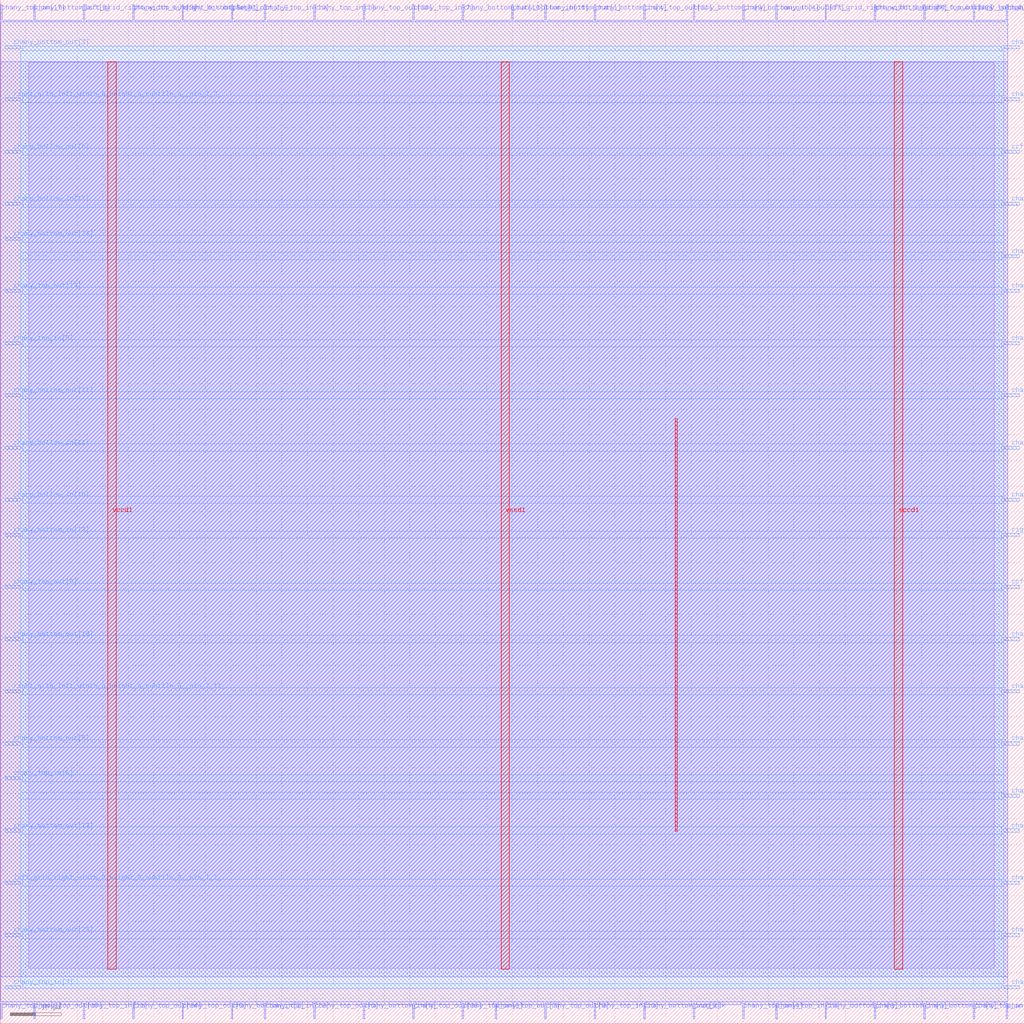
<source format=lef>
VERSION 5.7 ;
  NOWIREEXTENSIONATPIN ON ;
  DIVIDERCHAR "/" ;
  BUSBITCHARS "[]" ;
MACRO cby_1__1_
  CLASS BLOCK ;
  FOREIGN cby_1__1_ ;
  ORIGIN 0.000 0.000 ;
  SIZE 200.000 BY 200.000 ;
  PIN ccff_head
    DIRECTION INPUT ;
    USE SIGNAL ;
    PORT
      LAYER met3 ;
        RECT 196.000 85.040 199.000 85.640 ;
    END
  END ccff_head
  PIN ccff_tail
    DIRECTION OUTPUT TRISTATE ;
    USE SIGNAL ;
    PORT
      LAYER met3 ;
        RECT 196.000 170.040 199.000 170.640 ;
    END
  END ccff_tail
  PIN chany_bottom_in[0]
    DIRECTION INPUT ;
    USE SIGNAL ;
    PORT
      LAYER met2 ;
        RECT 70.930 1.000 71.210 4.000 ;
    END
  END chany_bottom_in[0]
  PIN chany_bottom_in[10]
    DIRECTION INPUT ;
    USE SIGNAL ;
    PORT
      LAYER met3 ;
        RECT 1.000 102.040 4.000 102.640 ;
    END
  END chany_bottom_in[10]
  PIN chany_bottom_in[11]
    DIRECTION INPUT ;
    USE SIGNAL ;
    PORT
      LAYER met3 ;
        RECT 1.000 112.240 4.000 112.840 ;
    END
  END chany_bottom_in[11]
  PIN chany_bottom_in[12]
    DIRECTION INPUT ;
    USE SIGNAL ;
    PORT
      LAYER met3 ;
        RECT 196.000 27.240 199.000 27.840 ;
    END
  END chany_bottom_in[12]
  PIN chany_bottom_in[13]
    DIRECTION INPUT ;
    USE SIGNAL ;
    PORT
      LAYER met3 ;
        RECT 196.000 122.440 199.000 123.040 ;
    END
  END chany_bottom_in[13]
  PIN chany_bottom_in[14]
    DIRECTION INPUT ;
    USE SIGNAL ;
    PORT
      LAYER met3 ;
        RECT 196.000 132.640 199.000 133.240 ;
    END
  END chany_bottom_in[14]
  PIN chany_bottom_in[15]
    DIRECTION INPUT ;
    USE SIGNAL ;
    PORT
      LAYER met2 ;
        RECT 196.510 1.000 196.790 4.000 ;
    END
  END chany_bottom_in[15]
  PIN chany_bottom_in[16]
    DIRECTION INPUT ;
    USE SIGNAL ;
    PORT
      LAYER met2 ;
        RECT 99.910 196.000 100.190 199.000 ;
    END
  END chany_bottom_in[16]
  PIN chany_bottom_in[17]
    DIRECTION INPUT ;
    USE SIGNAL ;
    PORT
      LAYER met3 ;
        RECT 1.000 159.840 4.000 160.440 ;
    END
  END chany_bottom_in[17]
  PIN chany_bottom_in[18]
    DIRECTION INPUT ;
    USE SIGNAL ;
    PORT
      LAYER met3 ;
        RECT 1.000 95.240 4.000 95.840 ;
    END
  END chany_bottom_in[18]
  PIN chany_bottom_in[1]
    DIRECTION INPUT ;
    USE SIGNAL ;
    PORT
      LAYER met2 ;
        RECT 180.410 1.000 180.690 4.000 ;
    END
  END chany_bottom_in[1]
  PIN chany_bottom_in[2]
    DIRECTION INPUT ;
    USE SIGNAL ;
    PORT
      LAYER met3 ;
        RECT 196.000 37.440 199.000 38.040 ;
    END
  END chany_bottom_in[2]
  PIN chany_bottom_in[3]
    DIRECTION INPUT ;
    USE SIGNAL ;
    PORT
      LAYER met2 ;
        RECT 45.170 1.000 45.450 4.000 ;
    END
  END chany_bottom_in[3]
  PIN chany_bottom_in[4]
    DIRECTION INPUT ;
    USE SIGNAL ;
    PORT
      LAYER met2 ;
        RECT 116.010 196.000 116.290 199.000 ;
    END
  END chany_bottom_in[4]
  PIN chany_bottom_in[5]
    DIRECTION INPUT ;
    USE SIGNAL ;
    PORT
      LAYER met3 ;
        RECT 196.000 149.640 199.000 150.240 ;
    END
  END chany_bottom_in[5]
  PIN chany_bottom_in[6]
    DIRECTION INPUT ;
    USE SIGNAL ;
    PORT
      LAYER met2 ;
        RECT 170.750 1.000 171.030 4.000 ;
    END
  END chany_bottom_in[6]
  PIN chany_bottom_in[7]
    DIRECTION INPUT ;
    USE SIGNAL ;
    PORT
      LAYER met2 ;
        RECT 170.750 196.000 171.030 199.000 ;
    END
  END chany_bottom_in[7]
  PIN chany_bottom_in[8]
    DIRECTION INPUT ;
    USE SIGNAL ;
    PORT
      LAYER met2 ;
        RECT 161.090 1.000 161.370 4.000 ;
    END
  END chany_bottom_in[8]
  PIN chany_bottom_in[9]
    DIRECTION INPUT ;
    USE SIGNAL ;
    PORT
      LAYER met2 ;
        RECT 135.330 196.000 135.610 199.000 ;
    END
  END chany_bottom_in[9]
  PIN chany_bottom_out[0]
    DIRECTION OUTPUT TRISTATE ;
    USE SIGNAL ;
    PORT
      LAYER met2 ;
        RECT 35.510 196.000 35.790 199.000 ;
    END
  END chany_bottom_out[0]
  PIN chany_bottom_out[10]
    DIRECTION OUTPUT TRISTATE ;
    USE SIGNAL ;
    PORT
      LAYER met2 ;
        RECT 90.250 196.000 90.530 199.000 ;
    END
  END chany_bottom_out[10]
  PIN chany_bottom_out[11]
    DIRECTION OUTPUT TRISTATE ;
    USE SIGNAL ;
    PORT
      LAYER met3 ;
        RECT 1.000 122.440 4.000 123.040 ;
    END
  END chany_bottom_out[11]
  PIN chany_bottom_out[12]
    DIRECTION OUTPUT TRISTATE ;
    USE SIGNAL ;
    PORT
      LAYER met3 ;
        RECT 196.000 64.640 199.000 65.240 ;
    END
  END chany_bottom_out[12]
  PIN chany_bottom_out[13]
    DIRECTION OUTPUT TRISTATE ;
    USE SIGNAL ;
    PORT
      LAYER met3 ;
        RECT 1.000 37.440 4.000 38.040 ;
    END
  END chany_bottom_out[13]
  PIN chany_bottom_out[14]
    DIRECTION OUTPUT TRISTATE ;
    USE SIGNAL ;
    PORT
      LAYER met3 ;
        RECT 1.000 153.040 4.000 153.640 ;
    END
  END chany_bottom_out[14]
  PIN chany_bottom_out[15]
    DIRECTION OUTPUT TRISTATE ;
    USE SIGNAL ;
    PORT
      LAYER met3 ;
        RECT 1.000 17.040 4.000 17.640 ;
    END
  END chany_bottom_out[15]
  PIN chany_bottom_out[16]
    DIRECTION OUTPUT TRISTATE ;
    USE SIGNAL ;
    PORT
      LAYER met3 ;
        RECT 1.000 74.840 4.000 75.440 ;
    END
  END chany_bottom_out[16]
  PIN chany_bottom_out[17]
    DIRECTION OUTPUT TRISTATE ;
    USE SIGNAL ;
    PORT
      LAYER met3 ;
        RECT 196.000 142.840 199.000 143.440 ;
    END
  END chany_bottom_out[17]
  PIN chany_bottom_out[18]
    DIRECTION OUTPUT TRISTATE ;
    USE SIGNAL ;
    PORT
      LAYER met3 ;
        RECT 196.000 74.840 199.000 75.440 ;
    END
  END chany_bottom_out[18]
  PIN chany_bottom_out[1]
    DIRECTION OUTPUT TRISTATE ;
    USE SIGNAL ;
    PORT
      LAYER met2 ;
        RECT 106.350 196.000 106.630 199.000 ;
    END
  END chany_bottom_out[1]
  PIN chany_bottom_out[2]
    DIRECTION OUTPUT TRISTATE ;
    USE SIGNAL ;
    PORT
      LAYER met3 ;
        RECT 196.000 180.240 199.000 180.840 ;
    END
  END chany_bottom_out[2]
  PIN chany_bottom_out[3]
    DIRECTION OUTPUT TRISTATE ;
    USE SIGNAL ;
    PORT
      LAYER met3 ;
        RECT 1.000 190.440 4.000 191.040 ;
    END
  END chany_bottom_out[3]
  PIN chany_bottom_out[4]
    DIRECTION OUTPUT TRISTATE ;
    USE SIGNAL ;
    PORT
      LAYER met2 ;
        RECT 144.990 196.000 145.270 199.000 ;
    END
  END chany_bottom_out[4]
  PIN chany_bottom_out[5]
    DIRECTION OUTPUT TRISTATE ;
    USE SIGNAL ;
    PORT
      LAYER met3 ;
        RECT 1.000 54.440 4.000 55.040 ;
    END
  END chany_bottom_out[5]
  PIN chany_bottom_out[6]
    DIRECTION OUTPUT TRISTATE ;
    USE SIGNAL ;
    PORT
      LAYER met2 ;
        RECT 6.530 196.000 6.810 199.000 ;
    END
  END chany_bottom_out[6]
  PIN chany_bottom_out[7]
    DIRECTION OUTPUT TRISTATE ;
    USE SIGNAL ;
    PORT
      LAYER met2 ;
        RECT 190.070 196.000 190.350 199.000 ;
    END
  END chany_bottom_out[7]
  PIN chany_bottom_out[8]
    DIRECTION OUTPUT TRISTATE ;
    USE SIGNAL ;
    PORT
      LAYER met3 ;
        RECT 1.000 170.040 4.000 170.640 ;
    END
  END chany_bottom_out[8]
  PIN chany_bottom_out[9]
    DIRECTION OUTPUT TRISTATE ;
    USE SIGNAL ;
    PORT
      LAYER met2 ;
        RECT 125.670 1.000 125.950 4.000 ;
    END
  END chany_bottom_out[9]
  PIN chany_top_in[0]
    DIRECTION INPUT ;
    USE SIGNAL ;
    PORT
      LAYER met3 ;
        RECT 196.000 159.840 199.000 160.440 ;
    END
  END chany_top_in[0]
  PIN chany_top_in[10]
    DIRECTION INPUT ;
    USE SIGNAL ;
    PORT
      LAYER met2 ;
        RECT 51.610 196.000 51.890 199.000 ;
    END
  END chany_top_in[10]
  PIN chany_top_in[11]
    DIRECTION INPUT ;
    USE SIGNAL ;
    PORT
      LAYER met2 ;
        RECT 16.190 1.000 16.470 4.000 ;
    END
  END chany_top_in[11]
  PIN chany_top_in[12]
    DIRECTION INPUT ;
    USE SIGNAL ;
    PORT
      LAYER met2 ;
        RECT 51.610 1.000 51.890 4.000 ;
    END
  END chany_top_in[12]
  PIN chany_top_in[13]
    DIRECTION INPUT ;
    USE SIGNAL ;
    PORT
      LAYER met2 ;
        RECT 151.430 1.000 151.710 4.000 ;
    END
  END chany_top_in[13]
  PIN chany_top_in[14]
    DIRECTION INPUT ;
    USE SIGNAL ;
    PORT
      LAYER met3 ;
        RECT 196.000 54.440 199.000 55.040 ;
    END
  END chany_top_in[14]
  PIN chany_top_in[15]
    DIRECTION INPUT ;
    USE SIGNAL ;
    PORT
      LAYER met3 ;
        RECT 196.000 17.040 199.000 17.640 ;
    END
  END chany_top_in[15]
  PIN chany_top_in[16]
    DIRECTION INPUT ;
    USE SIGNAL ;
    PORT
      LAYER met2 ;
        RECT 116.010 1.000 116.290 4.000 ;
    END
  END chany_top_in[16]
  PIN chany_top_in[17]
    DIRECTION INPUT ;
    USE SIGNAL ;
    PORT
      LAYER met2 ;
        RECT 0.090 196.000 0.370 199.000 ;
    END
  END chany_top_in[17]
  PIN chany_top_in[18]
    DIRECTION INPUT ;
    USE SIGNAL ;
    PORT
      LAYER met2 ;
        RECT 190.070 1.000 190.350 4.000 ;
    END
  END chany_top_in[18]
  PIN chany_top_in[1]
    DIRECTION INPUT ;
    USE SIGNAL ;
    PORT
      LAYER met2 ;
        RECT 61.270 196.000 61.550 199.000 ;
    END
  END chany_top_in[1]
  PIN chany_top_in[2]
    DIRECTION INPUT ;
    USE SIGNAL ;
    PORT
      LAYER met3 ;
        RECT 196.000 44.240 199.000 44.840 ;
    END
  END chany_top_in[2]
  PIN chany_top_in[3]
    DIRECTION INPUT ;
    USE SIGNAL ;
    PORT
      LAYER met3 ;
        RECT 1.000 6.840 4.000 7.440 ;
    END
  END chany_top_in[3]
  PIN chany_top_in[4]
    DIRECTION INPUT ;
    USE SIGNAL ;
    PORT
      LAYER met2 ;
        RECT 144.990 1.000 145.270 4.000 ;
    END
  END chany_top_in[4]
  PIN chany_top_in[5]
    DIRECTION INPUT ;
    USE SIGNAL ;
    PORT
      LAYER met3 ;
        RECT 1.000 132.640 4.000 133.240 ;
    END
  END chany_top_in[5]
  PIN chany_top_in[6]
    DIRECTION INPUT ;
    USE SIGNAL ;
    PORT
      LAYER met3 ;
        RECT 1.000 47.640 4.000 48.240 ;
    END
  END chany_top_in[6]
  PIN chany_top_in[7]
    DIRECTION INPUT ;
    USE SIGNAL ;
    PORT
      LAYER met2 ;
        RECT 80.590 196.000 80.870 199.000 ;
    END
  END chany_top_in[7]
  PIN chany_top_in[8]
    DIRECTION INPUT ;
    USE SIGNAL ;
    PORT
      LAYER met2 ;
        RECT 90.250 1.000 90.530 4.000 ;
    END
  END chany_top_in[8]
  PIN chany_top_in[9]
    DIRECTION INPUT ;
    USE SIGNAL ;
    PORT
      LAYER met2 ;
        RECT 0.090 1.000 0.370 4.000 ;
    END
  END chany_top_in[9]
  PIN chany_top_out[0]
    DIRECTION OUTPUT TRISTATE ;
    USE SIGNAL ;
    PORT
      LAYER met3 ;
        RECT 1.000 85.040 4.000 85.640 ;
    END
  END chany_top_out[0]
  PIN chany_top_out[10]
    DIRECTION OUTPUT TRISTATE ;
    USE SIGNAL ;
    PORT
      LAYER met2 ;
        RECT 70.930 196.000 71.210 199.000 ;
    END
  END chany_top_out[10]
  PIN chany_top_out[11]
    DIRECTION OUTPUT TRISTATE ;
    USE SIGNAL ;
    PORT
      LAYER met2 ;
        RECT 125.670 196.000 125.950 199.000 ;
    END
  END chany_top_out[11]
  PIN chany_top_out[12]
    DIRECTION OUTPUT TRISTATE ;
    USE SIGNAL ;
    PORT
      LAYER met2 ;
        RECT 180.410 196.000 180.690 199.000 ;
    END
  END chany_top_out[12]
  PIN chany_top_out[13]
    DIRECTION OUTPUT TRISTATE ;
    USE SIGNAL ;
    PORT
      LAYER met3 ;
        RECT 1.000 142.840 4.000 143.440 ;
    END
  END chany_top_out[13]
  PIN chany_top_out[14]
    DIRECTION OUTPUT TRISTATE ;
    USE SIGNAL ;
    PORT
      LAYER met2 ;
        RECT 25.850 1.000 26.130 4.000 ;
    END
  END chany_top_out[14]
  PIN chany_top_out[15]
    DIRECTION OUTPUT TRISTATE ;
    USE SIGNAL ;
    PORT
      LAYER met2 ;
        RECT 6.530 1.000 6.810 4.000 ;
    END
  END chany_top_out[15]
  PIN chany_top_out[16]
    DIRECTION OUTPUT TRISTATE ;
    USE SIGNAL ;
    PORT
      LAYER met2 ;
        RECT 196.510 196.000 196.790 199.000 ;
    END
  END chany_top_out[16]
  PIN chany_top_out[17]
    DIRECTION OUTPUT TRISTATE ;
    USE SIGNAL ;
    PORT
      LAYER met2 ;
        RECT 151.430 196.000 151.710 199.000 ;
    END
  END chany_top_out[17]
  PIN chany_top_out[18]
    DIRECTION OUTPUT TRISTATE ;
    USE SIGNAL ;
    PORT
      LAYER met2 ;
        RECT 80.590 1.000 80.870 4.000 ;
    END
  END chany_top_out[18]
  PIN chany_top_out[1]
    DIRECTION OUTPUT TRISTATE ;
    USE SIGNAL ;
    PORT
      LAYER met3 ;
        RECT 196.000 190.440 199.000 191.040 ;
    END
  END chany_top_out[1]
  PIN chany_top_out[2]
    DIRECTION OUTPUT TRISTATE ;
    USE SIGNAL ;
    PORT
      LAYER met3 ;
        RECT 196.000 6.840 199.000 7.440 ;
    END
  END chany_top_out[2]
  PIN chany_top_out[3]
    DIRECTION OUTPUT TRISTATE ;
    USE SIGNAL ;
    PORT
      LAYER met2 ;
        RECT 25.850 196.000 26.130 199.000 ;
    END
  END chany_top_out[3]
  PIN chany_top_out[4]
    DIRECTION OUTPUT TRISTATE ;
    USE SIGNAL ;
    PORT
      LAYER met3 ;
        RECT 196.000 102.040 199.000 102.640 ;
    END
  END chany_top_out[4]
  PIN chany_top_out[5]
    DIRECTION OUTPUT TRISTATE ;
    USE SIGNAL ;
    PORT
      LAYER met2 ;
        RECT 35.510 1.000 35.790 4.000 ;
    END
  END chany_top_out[5]
  PIN chany_top_out[6]
    DIRECTION OUTPUT TRISTATE ;
    USE SIGNAL ;
    PORT
      LAYER met2 ;
        RECT 61.270 1.000 61.550 4.000 ;
    END
  END chany_top_out[6]
  PIN chany_top_out[7]
    DIRECTION OUTPUT TRISTATE ;
    USE SIGNAL ;
    PORT
      LAYER met2 ;
        RECT 96.690 1.000 96.970 4.000 ;
    END
  END chany_top_out[7]
  PIN chany_top_out[8]
    DIRECTION OUTPUT TRISTATE ;
    USE SIGNAL ;
    PORT
      LAYER met3 ;
        RECT 196.000 112.240 199.000 112.840 ;
    END
  END chany_top_out[8]
  PIN chany_top_out[9]
    DIRECTION OUTPUT TRISTATE ;
    USE SIGNAL ;
    PORT
      LAYER met2 ;
        RECT 106.350 1.000 106.630 4.000 ;
    END
  END chany_top_out[9]
  PIN left_grid_right_width_0_height_0_subtile_0__pin_I_1_
    DIRECTION OUTPUT TRISTATE ;
    USE SIGNAL ;
    PORT
      LAYER met3 ;
        RECT 1.000 27.240 4.000 27.840 ;
    END
  END left_grid_right_width_0_height_0_subtile_0__pin_I_1_
  PIN left_grid_right_width_0_height_0_subtile_0__pin_I_5_
    DIRECTION OUTPUT TRISTATE ;
    USE SIGNAL ;
    PORT
      LAYER met2 ;
        RECT 161.090 196.000 161.370 199.000 ;
    END
  END left_grid_right_width_0_height_0_subtile_0__pin_I_5_
  PIN left_grid_right_width_0_height_0_subtile_0__pin_I_9_
    DIRECTION OUTPUT TRISTATE ;
    USE SIGNAL ;
    PORT
      LAYER met2 ;
        RECT 16.190 196.000 16.470 199.000 ;
    END
  END left_grid_right_width_0_height_0_subtile_0__pin_I_9_
  PIN pReset
    DIRECTION INPUT ;
    USE SIGNAL ;
    PORT
      LAYER met2 ;
        RECT 45.170 196.000 45.450 199.000 ;
    END
  END pReset
  PIN prog_clk
    DIRECTION INPUT ;
    USE SIGNAL ;
    PORT
      LAYER met2 ;
        RECT 135.330 1.000 135.610 4.000 ;
    END
  END prog_clk
  PIN right_grid_left_width_0_height_0_subtile_0__pin_I_11_
    DIRECTION OUTPUT TRISTATE ;
    USE SIGNAL ;
    PORT
      LAYER met3 ;
        RECT 1.000 64.640 4.000 65.240 ;
    END
  END right_grid_left_width_0_height_0_subtile_0__pin_I_11_
  PIN right_grid_left_width_0_height_0_subtile_0__pin_I_3_
    DIRECTION OUTPUT TRISTATE ;
    USE SIGNAL ;
    PORT
      LAYER met3 ;
        RECT 1.000 180.240 4.000 180.840 ;
    END
  END right_grid_left_width_0_height_0_subtile_0__pin_I_3_
  PIN right_grid_left_width_0_height_0_subtile_0__pin_I_7_
    DIRECTION OUTPUT TRISTATE ;
    USE SIGNAL ;
    PORT
      LAYER met3 ;
        RECT 196.000 95.240 199.000 95.840 ;
    END
  END right_grid_left_width_0_height_0_subtile_0__pin_I_7_
  PIN vccd1
    DIRECTION INOUT ;
    USE POWER ;
    PORT
      LAYER met4 ;
        RECT 21.040 10.640 22.640 187.920 ;
    END
    PORT
      LAYER met4 ;
        RECT 174.640 10.640 176.240 187.920 ;
    END
  END vccd1
  PIN vssd1
    DIRECTION INOUT ;
    USE GROUND ;
    PORT
      LAYER met4 ;
        RECT 97.840 10.640 99.440 187.920 ;
    END
  END vssd1
  OBS
      LAYER li1 ;
        RECT 5.520 10.795 194.120 187.765 ;
      LAYER met1 ;
        RECT 0.070 9.220 196.810 187.920 ;
      LAYER met2 ;
        RECT 0.650 195.720 6.250 196.000 ;
        RECT 7.090 195.720 15.910 196.000 ;
        RECT 16.750 195.720 25.570 196.000 ;
        RECT 26.410 195.720 35.230 196.000 ;
        RECT 36.070 195.720 44.890 196.000 ;
        RECT 45.730 195.720 51.330 196.000 ;
        RECT 52.170 195.720 60.990 196.000 ;
        RECT 61.830 195.720 70.650 196.000 ;
        RECT 71.490 195.720 80.310 196.000 ;
        RECT 81.150 195.720 89.970 196.000 ;
        RECT 90.810 195.720 99.630 196.000 ;
        RECT 100.470 195.720 106.070 196.000 ;
        RECT 106.910 195.720 115.730 196.000 ;
        RECT 116.570 195.720 125.390 196.000 ;
        RECT 126.230 195.720 135.050 196.000 ;
        RECT 135.890 195.720 144.710 196.000 ;
        RECT 145.550 195.720 151.150 196.000 ;
        RECT 151.990 195.720 160.810 196.000 ;
        RECT 161.650 195.720 170.470 196.000 ;
        RECT 171.310 195.720 180.130 196.000 ;
        RECT 180.970 195.720 189.790 196.000 ;
        RECT 190.630 195.720 196.230 196.000 ;
        RECT 0.100 4.280 196.780 195.720 ;
        RECT 0.650 3.670 6.250 4.280 ;
        RECT 7.090 3.670 15.910 4.280 ;
        RECT 16.750 3.670 25.570 4.280 ;
        RECT 26.410 3.670 35.230 4.280 ;
        RECT 36.070 3.670 44.890 4.280 ;
        RECT 45.730 3.670 51.330 4.280 ;
        RECT 52.170 3.670 60.990 4.280 ;
        RECT 61.830 3.670 70.650 4.280 ;
        RECT 71.490 3.670 80.310 4.280 ;
        RECT 81.150 3.670 89.970 4.280 ;
        RECT 90.810 3.670 96.410 4.280 ;
        RECT 97.250 3.670 106.070 4.280 ;
        RECT 106.910 3.670 115.730 4.280 ;
        RECT 116.570 3.670 125.390 4.280 ;
        RECT 126.230 3.670 135.050 4.280 ;
        RECT 135.890 3.670 144.710 4.280 ;
        RECT 145.550 3.670 151.150 4.280 ;
        RECT 151.990 3.670 160.810 4.280 ;
        RECT 161.650 3.670 170.470 4.280 ;
        RECT 171.310 3.670 180.130 4.280 ;
        RECT 180.970 3.670 189.790 4.280 ;
        RECT 190.630 3.670 196.230 4.280 ;
      LAYER met3 ;
        RECT 4.400 190.040 195.600 190.905 ;
        RECT 4.000 181.240 196.000 190.040 ;
        RECT 4.400 179.840 195.600 181.240 ;
        RECT 4.000 171.040 196.000 179.840 ;
        RECT 4.400 169.640 195.600 171.040 ;
        RECT 4.000 160.840 196.000 169.640 ;
        RECT 4.400 159.440 195.600 160.840 ;
        RECT 4.000 154.040 196.000 159.440 ;
        RECT 4.400 152.640 196.000 154.040 ;
        RECT 4.000 150.640 196.000 152.640 ;
        RECT 4.000 149.240 195.600 150.640 ;
        RECT 4.000 143.840 196.000 149.240 ;
        RECT 4.400 142.440 195.600 143.840 ;
        RECT 4.000 133.640 196.000 142.440 ;
        RECT 4.400 132.240 195.600 133.640 ;
        RECT 4.000 123.440 196.000 132.240 ;
        RECT 4.400 122.040 195.600 123.440 ;
        RECT 4.000 113.240 196.000 122.040 ;
        RECT 4.400 111.840 195.600 113.240 ;
        RECT 4.000 103.040 196.000 111.840 ;
        RECT 4.400 101.640 195.600 103.040 ;
        RECT 4.000 96.240 196.000 101.640 ;
        RECT 4.400 94.840 195.600 96.240 ;
        RECT 4.000 86.040 196.000 94.840 ;
        RECT 4.400 84.640 195.600 86.040 ;
        RECT 4.000 75.840 196.000 84.640 ;
        RECT 4.400 74.440 195.600 75.840 ;
        RECT 4.000 65.640 196.000 74.440 ;
        RECT 4.400 64.240 195.600 65.640 ;
        RECT 4.000 55.440 196.000 64.240 ;
        RECT 4.400 54.040 195.600 55.440 ;
        RECT 4.000 48.640 196.000 54.040 ;
        RECT 4.400 47.240 196.000 48.640 ;
        RECT 4.000 45.240 196.000 47.240 ;
        RECT 4.000 43.840 195.600 45.240 ;
        RECT 4.000 38.440 196.000 43.840 ;
        RECT 4.400 37.040 195.600 38.440 ;
        RECT 4.000 28.240 196.000 37.040 ;
        RECT 4.400 26.840 195.600 28.240 ;
        RECT 4.000 18.040 196.000 26.840 ;
        RECT 4.400 16.640 195.600 18.040 ;
        RECT 4.000 7.840 196.000 16.640 ;
        RECT 4.400 6.975 195.600 7.840 ;
      LAYER met4 ;
        RECT 131.855 37.575 132.185 118.145 ;
  END
END cby_1__1_
END LIBRARY


</source>
